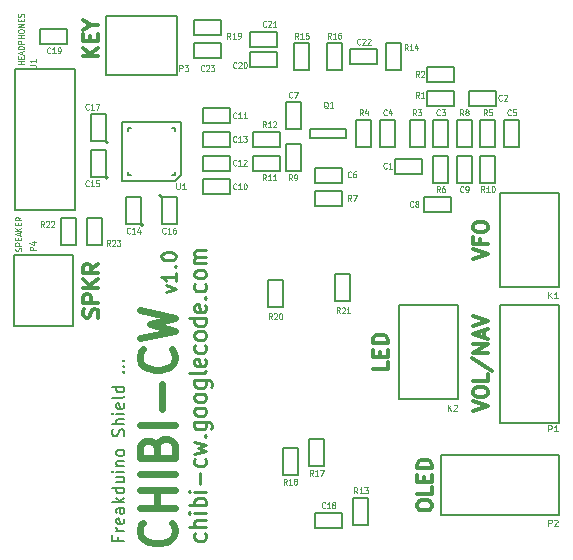
<source format=gto>
G04 (created by PCBNEW (2013-07-07 BZR 4022)-stable) date Mon 05 Aug 2013 03:22:25 PM NZST*
%MOIN*%
G04 Gerber Fmt 3.4, Leading zero omitted, Abs format*
%FSLAX34Y34*%
G01*
G70*
G90*
G04 APERTURE LIST*
%ADD10C,0.00590551*%
%ADD11C,0.011811*%
%ADD12C,0.00984252*%
%ADD13C,0.023622*%
%ADD14C,0.005*%
%ADD15C,0.0059*%
%ADD16C,0.0079*%
%ADD17C,0.004*%
%ADD18C,0.0045*%
G04 APERTURE END LIST*
G54D10*
G54D11*
X13170Y-21680D02*
X13194Y-21608D01*
X13194Y-21489D01*
X13170Y-21442D01*
X13146Y-21418D01*
X13099Y-21394D01*
X13051Y-21394D01*
X13004Y-21418D01*
X12980Y-21442D01*
X12956Y-21489D01*
X12932Y-21585D01*
X12908Y-21632D01*
X12884Y-21656D01*
X12837Y-21680D01*
X12789Y-21680D01*
X12742Y-21656D01*
X12718Y-21632D01*
X12694Y-21585D01*
X12694Y-21465D01*
X12718Y-21394D01*
X13194Y-21180D02*
X12694Y-21180D01*
X12694Y-20989D01*
X12718Y-20942D01*
X12742Y-20918D01*
X12789Y-20894D01*
X12861Y-20894D01*
X12908Y-20918D01*
X12932Y-20942D01*
X12956Y-20989D01*
X12956Y-21180D01*
X13194Y-20680D02*
X12694Y-20680D01*
X13194Y-20394D02*
X12908Y-20608D01*
X12694Y-20394D02*
X12980Y-20680D01*
X13194Y-19894D02*
X12956Y-20061D01*
X13194Y-20180D02*
X12694Y-20180D01*
X12694Y-19989D01*
X12718Y-19942D01*
X12742Y-19918D01*
X12789Y-19894D01*
X12861Y-19894D01*
X12908Y-19918D01*
X12932Y-19942D01*
X12956Y-19989D01*
X12956Y-20180D01*
X13194Y-12973D02*
X12694Y-12973D01*
X13194Y-12687D02*
X12908Y-12901D01*
X12694Y-12687D02*
X12980Y-12973D01*
X12932Y-12473D02*
X12932Y-12306D01*
X13194Y-12234D02*
X13194Y-12473D01*
X12694Y-12473D01*
X12694Y-12234D01*
X12956Y-11925D02*
X13194Y-11925D01*
X12694Y-12092D02*
X12956Y-11925D01*
X12694Y-11758D01*
X23816Y-27989D02*
X23816Y-27894D01*
X23840Y-27847D01*
X23887Y-27799D01*
X23983Y-27775D01*
X24149Y-27775D01*
X24245Y-27799D01*
X24292Y-27847D01*
X24316Y-27894D01*
X24316Y-27989D01*
X24292Y-28037D01*
X24245Y-28085D01*
X24149Y-28109D01*
X23983Y-28109D01*
X23887Y-28085D01*
X23840Y-28037D01*
X23816Y-27989D01*
X24316Y-27323D02*
X24316Y-27561D01*
X23816Y-27561D01*
X24054Y-27156D02*
X24054Y-26989D01*
X24316Y-26918D02*
X24316Y-27156D01*
X23816Y-27156D01*
X23816Y-26918D01*
X24316Y-26704D02*
X23816Y-26704D01*
X23816Y-26585D01*
X23840Y-26513D01*
X23887Y-26466D01*
X23935Y-26442D01*
X24030Y-26418D01*
X24102Y-26418D01*
X24197Y-26442D01*
X24245Y-26466D01*
X24292Y-26513D01*
X24316Y-26585D01*
X24316Y-26704D01*
X22840Y-23156D02*
X22840Y-23394D01*
X22340Y-23394D01*
X22578Y-22989D02*
X22578Y-22822D01*
X22840Y-22751D02*
X22840Y-22989D01*
X22340Y-22989D01*
X22340Y-22751D01*
X22840Y-22537D02*
X22340Y-22537D01*
X22340Y-22417D01*
X22363Y-22346D01*
X22411Y-22298D01*
X22459Y-22275D01*
X22554Y-22251D01*
X22625Y-22251D01*
X22721Y-22275D01*
X22768Y-22298D01*
X22816Y-22346D01*
X22840Y-22417D01*
X22840Y-22537D01*
G54D10*
X13850Y-28987D02*
X13850Y-29118D01*
X14056Y-29118D02*
X13663Y-29118D01*
X13663Y-28931D01*
X14056Y-28781D02*
X13794Y-28781D01*
X13869Y-28781D02*
X13832Y-28762D01*
X13813Y-28743D01*
X13794Y-28706D01*
X13794Y-28668D01*
X14038Y-28387D02*
X14056Y-28425D01*
X14056Y-28500D01*
X14038Y-28537D01*
X14000Y-28556D01*
X13850Y-28556D01*
X13813Y-28537D01*
X13794Y-28500D01*
X13794Y-28425D01*
X13813Y-28387D01*
X13850Y-28368D01*
X13888Y-28368D01*
X13925Y-28556D01*
X14056Y-28031D02*
X13850Y-28031D01*
X13813Y-28050D01*
X13794Y-28087D01*
X13794Y-28162D01*
X13813Y-28200D01*
X14038Y-28031D02*
X14056Y-28068D01*
X14056Y-28162D01*
X14038Y-28200D01*
X14000Y-28218D01*
X13963Y-28218D01*
X13925Y-28200D01*
X13907Y-28162D01*
X13907Y-28068D01*
X13888Y-28031D01*
X14056Y-27844D02*
X13663Y-27844D01*
X13907Y-27806D02*
X14056Y-27694D01*
X13794Y-27694D02*
X13944Y-27844D01*
X14056Y-27356D02*
X13663Y-27356D01*
X14038Y-27356D02*
X14056Y-27394D01*
X14056Y-27469D01*
X14038Y-27506D01*
X14019Y-27525D01*
X13982Y-27544D01*
X13869Y-27544D01*
X13832Y-27525D01*
X13813Y-27506D01*
X13794Y-27469D01*
X13794Y-27394D01*
X13813Y-27356D01*
X13794Y-27000D02*
X14056Y-27000D01*
X13794Y-27169D02*
X14000Y-27169D01*
X14038Y-27150D01*
X14056Y-27112D01*
X14056Y-27056D01*
X14038Y-27019D01*
X14019Y-27000D01*
X14056Y-26812D02*
X13794Y-26812D01*
X13663Y-26812D02*
X13682Y-26831D01*
X13700Y-26812D01*
X13682Y-26794D01*
X13663Y-26812D01*
X13700Y-26812D01*
X13794Y-26625D02*
X14056Y-26625D01*
X13832Y-26625D02*
X13813Y-26606D01*
X13794Y-26569D01*
X13794Y-26512D01*
X13813Y-26475D01*
X13850Y-26456D01*
X14056Y-26456D01*
X14056Y-26212D02*
X14038Y-26250D01*
X14019Y-26269D01*
X13982Y-26287D01*
X13869Y-26287D01*
X13832Y-26269D01*
X13813Y-26250D01*
X13794Y-26212D01*
X13794Y-26156D01*
X13813Y-26119D01*
X13832Y-26100D01*
X13869Y-26081D01*
X13982Y-26081D01*
X14019Y-26100D01*
X14038Y-26119D01*
X14056Y-26156D01*
X14056Y-26212D01*
X14038Y-25631D02*
X14056Y-25575D01*
X14056Y-25481D01*
X14038Y-25444D01*
X14019Y-25425D01*
X13982Y-25406D01*
X13944Y-25406D01*
X13907Y-25425D01*
X13888Y-25444D01*
X13869Y-25481D01*
X13850Y-25556D01*
X13832Y-25594D01*
X13813Y-25613D01*
X13775Y-25631D01*
X13738Y-25631D01*
X13700Y-25613D01*
X13682Y-25594D01*
X13663Y-25556D01*
X13663Y-25463D01*
X13682Y-25406D01*
X14056Y-25238D02*
X13663Y-25238D01*
X14056Y-25069D02*
X13850Y-25069D01*
X13813Y-25088D01*
X13794Y-25125D01*
X13794Y-25181D01*
X13813Y-25219D01*
X13832Y-25238D01*
X14056Y-24881D02*
X13794Y-24881D01*
X13663Y-24881D02*
X13682Y-24900D01*
X13700Y-24881D01*
X13682Y-24863D01*
X13663Y-24881D01*
X13700Y-24881D01*
X14038Y-24544D02*
X14056Y-24581D01*
X14056Y-24656D01*
X14038Y-24694D01*
X14000Y-24713D01*
X13850Y-24713D01*
X13813Y-24694D01*
X13794Y-24656D01*
X13794Y-24581D01*
X13813Y-24544D01*
X13850Y-24525D01*
X13888Y-24525D01*
X13925Y-24713D01*
X14056Y-24300D02*
X14038Y-24338D01*
X14000Y-24356D01*
X13663Y-24356D01*
X14056Y-23982D02*
X13663Y-23982D01*
X14038Y-23982D02*
X14056Y-24019D01*
X14056Y-24094D01*
X14038Y-24131D01*
X14019Y-24150D01*
X13982Y-24169D01*
X13869Y-24169D01*
X13832Y-24150D01*
X13813Y-24131D01*
X13794Y-24094D01*
X13794Y-24019D01*
X13813Y-23982D01*
X14019Y-23494D02*
X14038Y-23475D01*
X14056Y-23494D01*
X14038Y-23513D01*
X14019Y-23494D01*
X14056Y-23494D01*
X14019Y-23307D02*
X14038Y-23288D01*
X14056Y-23307D01*
X14038Y-23325D01*
X14019Y-23307D01*
X14056Y-23307D01*
X14019Y-23119D02*
X14038Y-23100D01*
X14056Y-23119D01*
X14038Y-23138D01*
X14019Y-23119D01*
X14056Y-23119D01*
G54D12*
X15461Y-20832D02*
X15789Y-20719D01*
X15461Y-20607D01*
X15789Y-20179D02*
X15789Y-20449D01*
X15789Y-20314D02*
X15297Y-20314D01*
X15367Y-20359D01*
X15414Y-20404D01*
X15438Y-20449D01*
X15742Y-19977D02*
X15766Y-19955D01*
X15789Y-19977D01*
X15766Y-20000D01*
X15742Y-19977D01*
X15789Y-19977D01*
X15297Y-19662D02*
X15297Y-19617D01*
X15321Y-19572D01*
X15344Y-19550D01*
X15391Y-19527D01*
X15485Y-19505D01*
X15602Y-19505D01*
X15696Y-19527D01*
X15742Y-19550D01*
X15766Y-19572D01*
X15789Y-19617D01*
X15789Y-19662D01*
X15766Y-19707D01*
X15742Y-19730D01*
X15696Y-19752D01*
X15602Y-19775D01*
X15485Y-19775D01*
X15391Y-19752D01*
X15344Y-19730D01*
X15321Y-19707D01*
X15297Y-19662D01*
X16766Y-28871D02*
X16794Y-28920D01*
X16794Y-29017D01*
X16766Y-29066D01*
X16737Y-29090D01*
X16681Y-29115D01*
X16512Y-29115D01*
X16456Y-29090D01*
X16428Y-29066D01*
X16400Y-29017D01*
X16400Y-28920D01*
X16428Y-28871D01*
X16794Y-28652D02*
X16203Y-28652D01*
X16794Y-28432D02*
X16484Y-28432D01*
X16428Y-28457D01*
X16400Y-28505D01*
X16400Y-28578D01*
X16428Y-28627D01*
X16456Y-28652D01*
X16794Y-28188D02*
X16400Y-28188D01*
X16203Y-28188D02*
X16231Y-28213D01*
X16259Y-28188D01*
X16231Y-28164D01*
X16203Y-28188D01*
X16259Y-28188D01*
X16794Y-27945D02*
X16203Y-27945D01*
X16428Y-27945D02*
X16400Y-27896D01*
X16400Y-27799D01*
X16428Y-27750D01*
X16456Y-27725D01*
X16512Y-27701D01*
X16681Y-27701D01*
X16737Y-27725D01*
X16766Y-27750D01*
X16794Y-27799D01*
X16794Y-27896D01*
X16766Y-27945D01*
X16794Y-27482D02*
X16400Y-27482D01*
X16203Y-27482D02*
X16231Y-27506D01*
X16259Y-27482D01*
X16231Y-27457D01*
X16203Y-27482D01*
X16259Y-27482D01*
X16569Y-27238D02*
X16569Y-26848D01*
X16766Y-26385D02*
X16794Y-26434D01*
X16794Y-26531D01*
X16766Y-26580D01*
X16737Y-26604D01*
X16681Y-26629D01*
X16512Y-26629D01*
X16456Y-26604D01*
X16428Y-26580D01*
X16400Y-26531D01*
X16400Y-26434D01*
X16428Y-26385D01*
X16400Y-26214D02*
X16794Y-26117D01*
X16512Y-26019D01*
X16794Y-25922D01*
X16400Y-25824D01*
X16737Y-25629D02*
X16766Y-25605D01*
X16794Y-25629D01*
X16766Y-25654D01*
X16737Y-25629D01*
X16794Y-25629D01*
X16400Y-25166D02*
X16878Y-25166D01*
X16934Y-25191D01*
X16962Y-25215D01*
X16991Y-25264D01*
X16991Y-25337D01*
X16962Y-25386D01*
X16766Y-25166D02*
X16794Y-25215D01*
X16794Y-25313D01*
X16766Y-25361D01*
X16737Y-25386D01*
X16681Y-25410D01*
X16512Y-25410D01*
X16456Y-25386D01*
X16428Y-25361D01*
X16400Y-25313D01*
X16400Y-25215D01*
X16428Y-25166D01*
X16794Y-24850D02*
X16766Y-24898D01*
X16737Y-24923D01*
X16681Y-24947D01*
X16512Y-24947D01*
X16456Y-24923D01*
X16428Y-24898D01*
X16400Y-24850D01*
X16400Y-24776D01*
X16428Y-24728D01*
X16456Y-24703D01*
X16512Y-24679D01*
X16681Y-24679D01*
X16737Y-24703D01*
X16766Y-24728D01*
X16794Y-24776D01*
X16794Y-24850D01*
X16794Y-24386D02*
X16766Y-24435D01*
X16737Y-24460D01*
X16681Y-24484D01*
X16512Y-24484D01*
X16456Y-24460D01*
X16428Y-24435D01*
X16400Y-24386D01*
X16400Y-24313D01*
X16428Y-24265D01*
X16456Y-24240D01*
X16512Y-24216D01*
X16681Y-24216D01*
X16737Y-24240D01*
X16766Y-24265D01*
X16794Y-24313D01*
X16794Y-24386D01*
X16400Y-23777D02*
X16878Y-23777D01*
X16934Y-23802D01*
X16962Y-23826D01*
X16991Y-23875D01*
X16991Y-23948D01*
X16962Y-23997D01*
X16766Y-23777D02*
X16794Y-23826D01*
X16794Y-23923D01*
X16766Y-23972D01*
X16737Y-23997D01*
X16681Y-24021D01*
X16512Y-24021D01*
X16456Y-23997D01*
X16428Y-23972D01*
X16400Y-23923D01*
X16400Y-23826D01*
X16428Y-23777D01*
X16794Y-23460D02*
X16766Y-23509D01*
X16709Y-23533D01*
X16203Y-23533D01*
X16766Y-23070D02*
X16794Y-23119D01*
X16794Y-23217D01*
X16766Y-23265D01*
X16709Y-23290D01*
X16484Y-23290D01*
X16428Y-23265D01*
X16400Y-23217D01*
X16400Y-23119D01*
X16428Y-23070D01*
X16484Y-23046D01*
X16541Y-23046D01*
X16597Y-23290D01*
X16766Y-22607D02*
X16794Y-22656D01*
X16794Y-22754D01*
X16766Y-22802D01*
X16737Y-22827D01*
X16681Y-22851D01*
X16512Y-22851D01*
X16456Y-22827D01*
X16428Y-22802D01*
X16400Y-22754D01*
X16400Y-22656D01*
X16428Y-22607D01*
X16794Y-22315D02*
X16766Y-22364D01*
X16737Y-22388D01*
X16681Y-22412D01*
X16512Y-22412D01*
X16456Y-22388D01*
X16428Y-22364D01*
X16400Y-22315D01*
X16400Y-22242D01*
X16428Y-22193D01*
X16456Y-22169D01*
X16512Y-22144D01*
X16681Y-22144D01*
X16737Y-22169D01*
X16766Y-22193D01*
X16794Y-22242D01*
X16794Y-22315D01*
X16794Y-21706D02*
X16203Y-21706D01*
X16766Y-21706D02*
X16794Y-21754D01*
X16794Y-21852D01*
X16766Y-21901D01*
X16737Y-21925D01*
X16681Y-21949D01*
X16512Y-21949D01*
X16456Y-21925D01*
X16428Y-21901D01*
X16400Y-21852D01*
X16400Y-21754D01*
X16428Y-21706D01*
X16766Y-21267D02*
X16794Y-21316D01*
X16794Y-21413D01*
X16766Y-21462D01*
X16709Y-21486D01*
X16484Y-21486D01*
X16428Y-21462D01*
X16400Y-21413D01*
X16400Y-21316D01*
X16428Y-21267D01*
X16484Y-21242D01*
X16541Y-21242D01*
X16597Y-21486D01*
X16737Y-21023D02*
X16766Y-20999D01*
X16794Y-21023D01*
X16766Y-21047D01*
X16737Y-21023D01*
X16794Y-21023D01*
X16766Y-20560D02*
X16794Y-20609D01*
X16794Y-20706D01*
X16766Y-20755D01*
X16737Y-20779D01*
X16681Y-20804D01*
X16512Y-20804D01*
X16456Y-20779D01*
X16428Y-20755D01*
X16400Y-20706D01*
X16400Y-20609D01*
X16428Y-20560D01*
X16794Y-20268D02*
X16766Y-20316D01*
X16737Y-20341D01*
X16681Y-20365D01*
X16512Y-20365D01*
X16456Y-20341D01*
X16428Y-20316D01*
X16400Y-20268D01*
X16400Y-20194D01*
X16428Y-20146D01*
X16456Y-20121D01*
X16512Y-20097D01*
X16681Y-20097D01*
X16737Y-20121D01*
X16766Y-20146D01*
X16794Y-20194D01*
X16794Y-20268D01*
X16794Y-19878D02*
X16400Y-19878D01*
X16456Y-19878D02*
X16428Y-19853D01*
X16400Y-19805D01*
X16400Y-19731D01*
X16428Y-19683D01*
X16484Y-19658D01*
X16794Y-19658D01*
X16484Y-19658D02*
X16428Y-19634D01*
X16400Y-19585D01*
X16400Y-19512D01*
X16428Y-19463D01*
X16484Y-19439D01*
X16794Y-19439D01*
G54D13*
X15641Y-28517D02*
X15697Y-28569D01*
X15753Y-28727D01*
X15753Y-28832D01*
X15697Y-28989D01*
X15584Y-29094D01*
X15472Y-29146D01*
X15247Y-29199D01*
X15078Y-29199D01*
X14853Y-29146D01*
X14741Y-29094D01*
X14628Y-28989D01*
X14572Y-28832D01*
X14572Y-28727D01*
X14628Y-28569D01*
X14685Y-28517D01*
X15753Y-28044D02*
X14572Y-28044D01*
X15134Y-28044D02*
X15134Y-27414D01*
X15753Y-27414D02*
X14572Y-27414D01*
X15753Y-26889D02*
X14572Y-26889D01*
X15134Y-25997D02*
X15191Y-25839D01*
X15247Y-25787D01*
X15359Y-25734D01*
X15528Y-25734D01*
X15641Y-25787D01*
X15697Y-25839D01*
X15753Y-25944D01*
X15753Y-26364D01*
X14572Y-26364D01*
X14572Y-25997D01*
X14628Y-25892D01*
X14685Y-25839D01*
X14797Y-25787D01*
X14910Y-25787D01*
X15022Y-25839D01*
X15078Y-25892D01*
X15134Y-25997D01*
X15134Y-26364D01*
X15753Y-25262D02*
X14572Y-25262D01*
X15303Y-24737D02*
X15303Y-23897D01*
X15641Y-22742D02*
X15697Y-22795D01*
X15753Y-22952D01*
X15753Y-23057D01*
X15697Y-23215D01*
X15584Y-23320D01*
X15472Y-23372D01*
X15247Y-23425D01*
X15078Y-23425D01*
X14853Y-23372D01*
X14741Y-23320D01*
X14628Y-23215D01*
X14572Y-23057D01*
X14572Y-22952D01*
X14628Y-22795D01*
X14685Y-22742D01*
X14572Y-22375D02*
X15753Y-22112D01*
X14910Y-21902D01*
X15753Y-21692D01*
X14572Y-21430D01*
G54D11*
X25686Y-19737D02*
X26186Y-19570D01*
X25686Y-19404D01*
X25924Y-19070D02*
X25924Y-19237D01*
X26186Y-19237D02*
X25686Y-19237D01*
X25686Y-18999D01*
X25686Y-18713D02*
X25686Y-18618D01*
X25710Y-18570D01*
X25758Y-18523D01*
X25853Y-18499D01*
X26019Y-18499D01*
X26115Y-18523D01*
X26162Y-18570D01*
X26186Y-18618D01*
X26186Y-18713D01*
X26162Y-18761D01*
X26115Y-18808D01*
X26019Y-18832D01*
X25853Y-18832D01*
X25758Y-18808D01*
X25710Y-18761D01*
X25686Y-18713D01*
X25686Y-24811D02*
X26186Y-24645D01*
X25686Y-24478D01*
X25686Y-24216D02*
X25686Y-24121D01*
X25710Y-24073D01*
X25758Y-24025D01*
X25853Y-24002D01*
X26019Y-24002D01*
X26115Y-24025D01*
X26162Y-24073D01*
X26186Y-24121D01*
X26186Y-24216D01*
X26162Y-24264D01*
X26115Y-24311D01*
X26019Y-24335D01*
X25853Y-24335D01*
X25758Y-24311D01*
X25710Y-24264D01*
X25686Y-24216D01*
X26186Y-23549D02*
X26186Y-23787D01*
X25686Y-23787D01*
X25662Y-23025D02*
X26305Y-23454D01*
X26186Y-22859D02*
X25686Y-22859D01*
X26186Y-22573D01*
X25686Y-22573D01*
X26043Y-22359D02*
X26043Y-22121D01*
X26186Y-22406D02*
X25686Y-22240D01*
X26186Y-22073D01*
X25686Y-21978D02*
X26186Y-21811D01*
X25686Y-21645D01*
G54D14*
X12365Y-19606D02*
X12365Y-21968D01*
X10397Y-19606D02*
X10397Y-21968D01*
X12365Y-21968D02*
X10397Y-21968D01*
X10397Y-19606D02*
X12365Y-19606D01*
X26573Y-25180D02*
X28541Y-25180D01*
X28544Y-21262D02*
X28544Y-25182D01*
X26574Y-25182D02*
X26574Y-21262D01*
X26575Y-21260D02*
X28543Y-21260D01*
X12401Y-13386D02*
X12401Y-18110D01*
X12401Y-18110D02*
X10433Y-18110D01*
X10433Y-18110D02*
X10433Y-13386D01*
X10433Y-13386D02*
X12401Y-13386D01*
X20266Y-15401D02*
X21466Y-15401D01*
X21466Y-15401D02*
X21466Y-15701D01*
X21466Y-15701D02*
X20266Y-15701D01*
X20266Y-15701D02*
X20266Y-15401D01*
X21316Y-17966D02*
X20416Y-17966D01*
X20416Y-17966D02*
X20416Y-17466D01*
X20416Y-17466D02*
X21316Y-17466D01*
X21316Y-17466D02*
X21316Y-17966D01*
X24057Y-17663D02*
X24957Y-17663D01*
X24957Y-17663D02*
X24957Y-18163D01*
X24957Y-18163D02*
X24057Y-18163D01*
X24057Y-18163D02*
X24057Y-17663D01*
X19249Y-15998D02*
X18349Y-15998D01*
X18349Y-15998D02*
X18349Y-15498D01*
X18349Y-15498D02*
X19249Y-15498D01*
X19249Y-15498D02*
X19249Y-15998D01*
X19249Y-16785D02*
X18349Y-16785D01*
X18349Y-16785D02*
X18349Y-16285D01*
X18349Y-16285D02*
X19249Y-16285D01*
X19249Y-16285D02*
X19249Y-16785D01*
X17575Y-15998D02*
X16675Y-15998D01*
X16675Y-15998D02*
X16675Y-15498D01*
X16675Y-15498D02*
X17575Y-15498D01*
X17575Y-15498D02*
X17575Y-15998D01*
X17575Y-15210D02*
X16675Y-15210D01*
X16675Y-15210D02*
X16675Y-14710D01*
X16675Y-14710D02*
X17575Y-14710D01*
X17575Y-14710D02*
X17575Y-15210D01*
X17575Y-16785D02*
X16675Y-16785D01*
X16675Y-16785D02*
X16675Y-16285D01*
X16675Y-16285D02*
X17575Y-16285D01*
X17575Y-16285D02*
X17575Y-16785D01*
X24068Y-15101D02*
X24068Y-16001D01*
X24068Y-16001D02*
X23568Y-16001D01*
X23568Y-16001D02*
X23568Y-15101D01*
X23568Y-15101D02*
X24068Y-15101D01*
X24856Y-15101D02*
X24856Y-16001D01*
X24856Y-16001D02*
X24356Y-16001D01*
X24356Y-16001D02*
X24356Y-15101D01*
X24356Y-15101D02*
X24856Y-15101D01*
X17575Y-17572D02*
X16675Y-17572D01*
X16675Y-17572D02*
X16675Y-17072D01*
X16675Y-17072D02*
X17575Y-17072D01*
X17575Y-17072D02*
X17575Y-17572D01*
X24856Y-16282D02*
X24856Y-17182D01*
X24856Y-17182D02*
X24356Y-17182D01*
X24356Y-17182D02*
X24356Y-16282D01*
X24356Y-16282D02*
X24856Y-16282D01*
X24156Y-13332D02*
X25056Y-13332D01*
X25056Y-13332D02*
X25056Y-13832D01*
X25056Y-13832D02*
X24156Y-13832D01*
X24156Y-13832D02*
X24156Y-13332D01*
X19435Y-15410D02*
X19435Y-14510D01*
X19435Y-14510D02*
X19935Y-14510D01*
X19935Y-14510D02*
X19935Y-15410D01*
X19935Y-15410D02*
X19435Y-15410D01*
X19935Y-15888D02*
X19935Y-16788D01*
X19935Y-16788D02*
X19435Y-16788D01*
X19435Y-16788D02*
X19435Y-15888D01*
X19435Y-15888D02*
X19935Y-15888D01*
X21316Y-17179D02*
X20416Y-17179D01*
X20416Y-17179D02*
X20416Y-16679D01*
X20416Y-16679D02*
X21316Y-16679D01*
X21316Y-16679D02*
X21316Y-17179D01*
X23084Y-15101D02*
X23084Y-16001D01*
X23084Y-16001D02*
X22584Y-16001D01*
X22584Y-16001D02*
X22584Y-15101D01*
X22584Y-15101D02*
X23084Y-15101D01*
X22297Y-15101D02*
X22297Y-16001D01*
X22297Y-16001D02*
X21797Y-16001D01*
X21797Y-16001D02*
X21797Y-15101D01*
X21797Y-15101D02*
X22297Y-15101D01*
X25931Y-17182D02*
X25931Y-16282D01*
X25931Y-16282D02*
X26431Y-16282D01*
X26431Y-16282D02*
X26431Y-17182D01*
X26431Y-17182D02*
X25931Y-17182D01*
X23973Y-16883D02*
X23073Y-16883D01*
X23073Y-16883D02*
X23073Y-16383D01*
X23073Y-16383D02*
X23973Y-16383D01*
X23973Y-16383D02*
X23973Y-16883D01*
X25143Y-17182D02*
X25143Y-16282D01*
X25143Y-16282D02*
X25643Y-16282D01*
X25643Y-16282D02*
X25643Y-17182D01*
X25643Y-17182D02*
X25143Y-17182D01*
X25643Y-15101D02*
X25643Y-16001D01*
X25643Y-16001D02*
X25143Y-16001D01*
X25143Y-16001D02*
X25143Y-15101D01*
X25143Y-15101D02*
X25643Y-15101D01*
X26431Y-15101D02*
X26431Y-16001D01*
X26431Y-16001D02*
X25931Y-16001D01*
X25931Y-16001D02*
X25931Y-15101D01*
X25931Y-15101D02*
X26431Y-15101D01*
X25534Y-14120D02*
X26434Y-14120D01*
X26434Y-14120D02*
X26434Y-14620D01*
X26434Y-14620D02*
X25534Y-14620D01*
X25534Y-14620D02*
X25534Y-14120D01*
X27218Y-15101D02*
X27218Y-16001D01*
X27218Y-16001D02*
X26718Y-16001D01*
X26718Y-16001D02*
X26718Y-15101D01*
X26718Y-15101D02*
X27218Y-15101D01*
X24156Y-14120D02*
X25056Y-14120D01*
X25056Y-14120D02*
X25056Y-14620D01*
X25056Y-14620D02*
X24156Y-14620D01*
X24156Y-14620D02*
X24156Y-14120D01*
X15314Y-17627D02*
G75*
G03X15314Y-17627I-49J0D01*
G74*
G01*
X15801Y-17660D02*
X15801Y-18560D01*
X15801Y-18560D02*
X15301Y-18560D01*
X15301Y-18560D02*
X15301Y-17660D01*
X15301Y-17660D02*
X15801Y-17660D01*
X14704Y-18592D02*
G75*
G03X14704Y-18592I-49J0D01*
G74*
G01*
X14120Y-18560D02*
X14120Y-17660D01*
X14120Y-17660D02*
X14620Y-17660D01*
X14620Y-17660D02*
X14620Y-18560D01*
X14620Y-18560D02*
X14120Y-18560D01*
X13523Y-17017D02*
G75*
G03X13523Y-17017I-49J0D01*
G74*
G01*
X12938Y-16985D02*
X12938Y-16085D01*
X12938Y-16085D02*
X13438Y-16085D01*
X13438Y-16085D02*
X13438Y-16985D01*
X13438Y-16985D02*
X12938Y-16985D01*
X13523Y-15836D02*
G75*
G03X13523Y-15836I-49J0D01*
G74*
G01*
X12938Y-15804D02*
X12938Y-14904D01*
X12938Y-14904D02*
X13438Y-14904D01*
X13438Y-14904D02*
X13438Y-15804D01*
X13438Y-15804D02*
X12938Y-15804D01*
X20416Y-28194D02*
X21316Y-28194D01*
X21316Y-28194D02*
X21316Y-28694D01*
X21316Y-28694D02*
X20416Y-28694D01*
X20416Y-28694D02*
X20416Y-28194D01*
X21698Y-28599D02*
X21698Y-27699D01*
X21698Y-27699D02*
X22198Y-27699D01*
X22198Y-27699D02*
X22198Y-28599D01*
X22198Y-28599D02*
X21698Y-28599D01*
X12162Y-12553D02*
X11262Y-12553D01*
X11262Y-12553D02*
X11262Y-12053D01*
X11262Y-12053D02*
X12162Y-12053D01*
X12162Y-12053D02*
X12162Y-12553D01*
X20230Y-12542D02*
X20230Y-13442D01*
X20230Y-13442D02*
X19730Y-13442D01*
X19730Y-13442D02*
X19730Y-12542D01*
X19730Y-12542D02*
X20230Y-12542D01*
X23281Y-12542D02*
X23281Y-13442D01*
X23281Y-13442D02*
X22781Y-13442D01*
X22781Y-13442D02*
X22781Y-12542D01*
X22781Y-12542D02*
X23281Y-12542D01*
X21312Y-12542D02*
X21312Y-13442D01*
X21312Y-13442D02*
X20812Y-13442D01*
X20812Y-13442D02*
X20812Y-12542D01*
X20812Y-12542D02*
X21312Y-12542D01*
X21597Y-12742D02*
X22497Y-12742D01*
X22497Y-12742D02*
X22497Y-13242D01*
X22497Y-13242D02*
X21597Y-13242D01*
X21597Y-13242D02*
X21597Y-12742D01*
X18250Y-12151D02*
X19150Y-12151D01*
X19150Y-12151D02*
X19150Y-12651D01*
X19150Y-12651D02*
X18250Y-12651D01*
X18250Y-12651D02*
X18250Y-12151D01*
X18250Y-12840D02*
X19150Y-12840D01*
X19150Y-12840D02*
X19150Y-13340D01*
X19150Y-13340D02*
X18250Y-13340D01*
X18250Y-13340D02*
X18250Y-12840D01*
X19836Y-26026D02*
X19836Y-26926D01*
X19836Y-26926D02*
X19336Y-26926D01*
X19336Y-26926D02*
X19336Y-26026D01*
X19336Y-26026D02*
X19836Y-26026D01*
X20722Y-25731D02*
X20722Y-26631D01*
X20722Y-26631D02*
X20222Y-26631D01*
X20222Y-26631D02*
X20222Y-25731D01*
X20222Y-25731D02*
X20722Y-25731D01*
X19344Y-20416D02*
X19344Y-21316D01*
X19344Y-21316D02*
X18844Y-21316D01*
X18844Y-21316D02*
X18844Y-20416D01*
X18844Y-20416D02*
X19344Y-20416D01*
X21588Y-20219D02*
X21588Y-21119D01*
X21588Y-21119D02*
X21088Y-21119D01*
X21088Y-21119D02*
X21088Y-20219D01*
X21088Y-20219D02*
X21588Y-20219D01*
X17280Y-12257D02*
X16380Y-12257D01*
X16380Y-12257D02*
X16380Y-11757D01*
X16380Y-11757D02*
X17280Y-11757D01*
X17280Y-11757D02*
X17280Y-12257D01*
X16380Y-12545D02*
X17280Y-12545D01*
X17280Y-12545D02*
X17280Y-13045D01*
X17280Y-13045D02*
X16380Y-13045D01*
X16380Y-13045D02*
X16380Y-12545D01*
X24623Y-26277D02*
X24623Y-28245D01*
X28541Y-28248D02*
X24621Y-28248D01*
X24621Y-26278D02*
X28541Y-26278D01*
X28543Y-26279D02*
X28543Y-28247D01*
X15826Y-13585D02*
X13464Y-13585D01*
X15826Y-11617D02*
X13464Y-11617D01*
X13464Y-13585D02*
X13464Y-11617D01*
X15826Y-11617D02*
X15826Y-13585D01*
G54D15*
X15744Y-17121D02*
X13980Y-17121D01*
X15940Y-16925D02*
X15940Y-15161D01*
X15940Y-16925D02*
X15744Y-17121D01*
G54D16*
X15744Y-16827D02*
X15744Y-16925D01*
X15744Y-16925D02*
X15646Y-16925D01*
X15646Y-15357D02*
X15744Y-15357D01*
X15744Y-15357D02*
X15744Y-15455D01*
X14176Y-15455D02*
X14176Y-15357D01*
X14176Y-15357D02*
X14274Y-15357D01*
X14274Y-16925D02*
X14176Y-16925D01*
X14176Y-16925D02*
X14176Y-16827D01*
G54D15*
X13980Y-15161D02*
X15940Y-15161D01*
X13980Y-17121D02*
X13980Y-15161D01*
G54D14*
X12454Y-18368D02*
X12454Y-19268D01*
X12454Y-19268D02*
X11954Y-19268D01*
X11954Y-19268D02*
X11954Y-18368D01*
X11954Y-18368D02*
X12454Y-18368D01*
X13320Y-18368D02*
X13320Y-19268D01*
X13320Y-19268D02*
X12820Y-19268D01*
X12820Y-19268D02*
X12820Y-18368D01*
X12820Y-18368D02*
X13320Y-18368D01*
X26575Y-17519D02*
X26575Y-20669D01*
X28543Y-20669D02*
X28543Y-17519D01*
X26575Y-17519D02*
X28543Y-17519D01*
X28543Y-20668D02*
X26575Y-20668D01*
X23228Y-21259D02*
X23228Y-24409D01*
X25196Y-24409D02*
X25196Y-21259D01*
X23228Y-21259D02*
X25196Y-21259D01*
X25196Y-24408D02*
X23228Y-24408D01*
G54D17*
X11104Y-19438D02*
X10904Y-19438D01*
X10904Y-19362D01*
X10914Y-19343D01*
X10923Y-19334D01*
X10942Y-19324D01*
X10971Y-19324D01*
X10990Y-19334D01*
X10999Y-19343D01*
X11009Y-19362D01*
X11009Y-19438D01*
X10971Y-19153D02*
X11104Y-19153D01*
X10895Y-19200D02*
X11037Y-19248D01*
X11037Y-19124D01*
X10622Y-19459D02*
X10632Y-19433D01*
X10632Y-19390D01*
X10622Y-19373D01*
X10613Y-19364D01*
X10594Y-19356D01*
X10574Y-19356D01*
X10555Y-19364D01*
X10546Y-19373D01*
X10536Y-19390D01*
X10527Y-19424D01*
X10517Y-19441D01*
X10508Y-19450D01*
X10489Y-19459D01*
X10470Y-19459D01*
X10451Y-19450D01*
X10441Y-19441D01*
X10432Y-19424D01*
X10432Y-19381D01*
X10441Y-19356D01*
X10632Y-19279D02*
X10432Y-19279D01*
X10432Y-19210D01*
X10441Y-19193D01*
X10451Y-19184D01*
X10470Y-19176D01*
X10498Y-19176D01*
X10517Y-19184D01*
X10527Y-19193D01*
X10536Y-19210D01*
X10536Y-19279D01*
X10527Y-19099D02*
X10527Y-19039D01*
X10632Y-19013D02*
X10632Y-19099D01*
X10432Y-19099D01*
X10432Y-19013D01*
X10574Y-18944D02*
X10574Y-18859D01*
X10632Y-18961D02*
X10432Y-18901D01*
X10632Y-18841D01*
X10632Y-18781D02*
X10432Y-18781D01*
X10632Y-18679D02*
X10517Y-18756D01*
X10432Y-18679D02*
X10546Y-18781D01*
X10527Y-18601D02*
X10527Y-18541D01*
X10632Y-18516D02*
X10632Y-18601D01*
X10432Y-18601D01*
X10432Y-18516D01*
X10632Y-18336D02*
X10536Y-18396D01*
X10632Y-18439D02*
X10432Y-18439D01*
X10432Y-18370D01*
X10441Y-18353D01*
X10451Y-18344D01*
X10470Y-18336D01*
X10498Y-18336D01*
X10517Y-18344D01*
X10527Y-18353D01*
X10536Y-18370D01*
X10536Y-18439D01*
X28198Y-25474D02*
X28198Y-25274D01*
X28275Y-25274D01*
X28294Y-25284D01*
X28303Y-25293D01*
X28313Y-25312D01*
X28313Y-25341D01*
X28303Y-25360D01*
X28294Y-25369D01*
X28275Y-25379D01*
X28198Y-25379D01*
X28503Y-25474D02*
X28389Y-25474D01*
X28446Y-25474D02*
X28446Y-25274D01*
X28427Y-25303D01*
X28408Y-25322D01*
X28389Y-25331D01*
X10904Y-13248D02*
X11047Y-13248D01*
X11076Y-13257D01*
X11095Y-13274D01*
X11104Y-13300D01*
X11104Y-13317D01*
X11104Y-13068D02*
X11104Y-13171D01*
X11104Y-13120D02*
X10904Y-13120D01*
X10933Y-13137D01*
X10952Y-13154D01*
X10961Y-13171D01*
X10710Y-13241D02*
X10510Y-13241D01*
X10606Y-13241D02*
X10606Y-13138D01*
X10710Y-13138D02*
X10510Y-13138D01*
X10606Y-13053D02*
X10606Y-12993D01*
X10710Y-12967D02*
X10710Y-13053D01*
X10510Y-13053D01*
X10510Y-12967D01*
X10653Y-12898D02*
X10653Y-12813D01*
X10710Y-12915D02*
X10510Y-12855D01*
X10710Y-12795D01*
X10710Y-12735D02*
X10510Y-12735D01*
X10510Y-12693D01*
X10520Y-12667D01*
X10539Y-12650D01*
X10558Y-12641D01*
X10596Y-12633D01*
X10625Y-12633D01*
X10663Y-12641D01*
X10682Y-12650D01*
X10701Y-12667D01*
X10710Y-12693D01*
X10710Y-12735D01*
X10710Y-12555D02*
X10510Y-12555D01*
X10510Y-12487D01*
X10520Y-12470D01*
X10529Y-12461D01*
X10548Y-12453D01*
X10577Y-12453D01*
X10596Y-12461D01*
X10606Y-12470D01*
X10615Y-12487D01*
X10615Y-12555D01*
X10710Y-12375D02*
X10510Y-12375D01*
X10606Y-12375D02*
X10606Y-12273D01*
X10710Y-12273D02*
X10510Y-12273D01*
X10510Y-12153D02*
X10510Y-12118D01*
X10520Y-12101D01*
X10539Y-12084D01*
X10577Y-12075D01*
X10644Y-12075D01*
X10682Y-12084D01*
X10701Y-12101D01*
X10710Y-12118D01*
X10710Y-12153D01*
X10701Y-12170D01*
X10682Y-12187D01*
X10644Y-12195D01*
X10577Y-12195D01*
X10539Y-12187D01*
X10520Y-12170D01*
X10510Y-12153D01*
X10710Y-11998D02*
X10510Y-11998D01*
X10710Y-11895D01*
X10510Y-11895D01*
X10606Y-11810D02*
X10606Y-11750D01*
X10710Y-11724D02*
X10710Y-11810D01*
X10510Y-11810D01*
X10510Y-11724D01*
X10701Y-11655D02*
X10710Y-11630D01*
X10710Y-11587D01*
X10701Y-11570D01*
X10691Y-11561D01*
X10672Y-11553D01*
X10653Y-11553D01*
X10634Y-11561D01*
X10625Y-11570D01*
X10615Y-11587D01*
X10606Y-11621D01*
X10596Y-11638D01*
X10587Y-11647D01*
X10568Y-11655D01*
X10548Y-11655D01*
X10529Y-11647D01*
X10520Y-11638D01*
X10510Y-11621D01*
X10510Y-11578D01*
X10520Y-11553D01*
X20847Y-14701D02*
X20828Y-14691D01*
X20808Y-14672D01*
X20780Y-14644D01*
X20761Y-14634D01*
X20742Y-14634D01*
X20751Y-14682D02*
X20732Y-14672D01*
X20713Y-14653D01*
X20704Y-14615D01*
X20704Y-14548D01*
X20713Y-14510D01*
X20732Y-14491D01*
X20751Y-14482D01*
X20789Y-14482D01*
X20808Y-14491D01*
X20828Y-14510D01*
X20837Y-14548D01*
X20837Y-14615D01*
X20828Y-14653D01*
X20808Y-14672D01*
X20789Y-14682D01*
X20751Y-14682D01*
X21028Y-14682D02*
X20913Y-14682D01*
X20970Y-14682D02*
X20970Y-14482D01*
X20951Y-14510D01*
X20932Y-14529D01*
X20913Y-14539D01*
G54D18*
X21623Y-17797D02*
X21563Y-17702D01*
X21520Y-17797D02*
X21520Y-17597D01*
X21589Y-17597D01*
X21606Y-17607D01*
X21614Y-17616D01*
X21623Y-17635D01*
X21623Y-17664D01*
X21614Y-17683D01*
X21606Y-17692D01*
X21589Y-17702D01*
X21520Y-17702D01*
X21683Y-17597D02*
X21803Y-17597D01*
X21726Y-17797D01*
X23690Y-17975D02*
X23681Y-17984D01*
X23656Y-17994D01*
X23639Y-17994D01*
X23613Y-17984D01*
X23596Y-17965D01*
X23587Y-17946D01*
X23579Y-17908D01*
X23579Y-17880D01*
X23587Y-17841D01*
X23596Y-17822D01*
X23613Y-17803D01*
X23639Y-17794D01*
X23656Y-17794D01*
X23681Y-17803D01*
X23690Y-17813D01*
X23793Y-17880D02*
X23776Y-17870D01*
X23767Y-17861D01*
X23759Y-17841D01*
X23759Y-17832D01*
X23767Y-17813D01*
X23776Y-17803D01*
X23793Y-17794D01*
X23827Y-17794D01*
X23844Y-17803D01*
X23853Y-17813D01*
X23861Y-17832D01*
X23861Y-17841D01*
X23853Y-17861D01*
X23844Y-17870D01*
X23827Y-17880D01*
X23793Y-17880D01*
X23776Y-17889D01*
X23767Y-17899D01*
X23759Y-17918D01*
X23759Y-17956D01*
X23767Y-17975D01*
X23776Y-17984D01*
X23793Y-17994D01*
X23827Y-17994D01*
X23844Y-17984D01*
X23853Y-17975D01*
X23861Y-17956D01*
X23861Y-17918D01*
X23853Y-17899D01*
X23844Y-17889D01*
X23827Y-17880D01*
X18781Y-15336D02*
X18721Y-15241D01*
X18679Y-15336D02*
X18679Y-15136D01*
X18747Y-15136D01*
X18764Y-15146D01*
X18773Y-15155D01*
X18781Y-15174D01*
X18781Y-15203D01*
X18773Y-15222D01*
X18764Y-15232D01*
X18747Y-15241D01*
X18679Y-15241D01*
X18953Y-15336D02*
X18850Y-15336D01*
X18901Y-15336D02*
X18901Y-15136D01*
X18884Y-15165D01*
X18867Y-15184D01*
X18850Y-15194D01*
X19021Y-15155D02*
X19030Y-15146D01*
X19047Y-15136D01*
X19090Y-15136D01*
X19107Y-15146D01*
X19116Y-15155D01*
X19124Y-15174D01*
X19124Y-15194D01*
X19116Y-15222D01*
X19013Y-15336D01*
X19124Y-15336D01*
X18781Y-17108D02*
X18721Y-17013D01*
X18679Y-17108D02*
X18679Y-16908D01*
X18747Y-16908D01*
X18764Y-16918D01*
X18773Y-16927D01*
X18781Y-16946D01*
X18781Y-16975D01*
X18773Y-16994D01*
X18764Y-17003D01*
X18747Y-17013D01*
X18679Y-17013D01*
X18953Y-17108D02*
X18850Y-17108D01*
X18901Y-17108D02*
X18901Y-16908D01*
X18884Y-16937D01*
X18867Y-16956D01*
X18850Y-16965D01*
X19124Y-17108D02*
X19021Y-17108D01*
X19073Y-17108D02*
X19073Y-16908D01*
X19056Y-16937D01*
X19039Y-16956D01*
X19021Y-16965D01*
X17797Y-15809D02*
X17789Y-15819D01*
X17763Y-15828D01*
X17746Y-15828D01*
X17720Y-15819D01*
X17703Y-15800D01*
X17694Y-15781D01*
X17686Y-15743D01*
X17686Y-15714D01*
X17694Y-15676D01*
X17703Y-15657D01*
X17720Y-15638D01*
X17746Y-15628D01*
X17763Y-15628D01*
X17789Y-15638D01*
X17797Y-15648D01*
X17969Y-15828D02*
X17866Y-15828D01*
X17917Y-15828D02*
X17917Y-15628D01*
X17900Y-15657D01*
X17883Y-15676D01*
X17866Y-15686D01*
X18029Y-15628D02*
X18140Y-15628D01*
X18080Y-15705D01*
X18106Y-15705D01*
X18123Y-15714D01*
X18131Y-15724D01*
X18140Y-15743D01*
X18140Y-15790D01*
X18131Y-15809D01*
X18123Y-15819D01*
X18106Y-15828D01*
X18054Y-15828D01*
X18037Y-15819D01*
X18029Y-15809D01*
X17797Y-15022D02*
X17789Y-15032D01*
X17763Y-15041D01*
X17746Y-15041D01*
X17720Y-15032D01*
X17703Y-15013D01*
X17694Y-14993D01*
X17686Y-14955D01*
X17686Y-14927D01*
X17694Y-14889D01*
X17703Y-14870D01*
X17720Y-14851D01*
X17746Y-14841D01*
X17763Y-14841D01*
X17789Y-14851D01*
X17797Y-14860D01*
X17969Y-15041D02*
X17866Y-15041D01*
X17917Y-15041D02*
X17917Y-14841D01*
X17900Y-14870D01*
X17883Y-14889D01*
X17866Y-14898D01*
X18140Y-15041D02*
X18037Y-15041D01*
X18089Y-15041D02*
X18089Y-14841D01*
X18071Y-14870D01*
X18054Y-14889D01*
X18037Y-14898D01*
X17797Y-16597D02*
X17789Y-16606D01*
X17763Y-16616D01*
X17746Y-16616D01*
X17720Y-16606D01*
X17703Y-16587D01*
X17694Y-16568D01*
X17686Y-16530D01*
X17686Y-16502D01*
X17694Y-16464D01*
X17703Y-16444D01*
X17720Y-16425D01*
X17746Y-16416D01*
X17763Y-16416D01*
X17789Y-16425D01*
X17797Y-16435D01*
X17969Y-16616D02*
X17866Y-16616D01*
X17917Y-16616D02*
X17917Y-16416D01*
X17900Y-16444D01*
X17883Y-16464D01*
X17866Y-16473D01*
X18037Y-16435D02*
X18046Y-16425D01*
X18063Y-16416D01*
X18106Y-16416D01*
X18123Y-16425D01*
X18131Y-16435D01*
X18140Y-16454D01*
X18140Y-16473D01*
X18131Y-16502D01*
X18029Y-16616D01*
X18140Y-16616D01*
X23788Y-14943D02*
X23728Y-14847D01*
X23686Y-14943D02*
X23686Y-14743D01*
X23754Y-14743D01*
X23771Y-14752D01*
X23780Y-14762D01*
X23788Y-14781D01*
X23788Y-14809D01*
X23780Y-14828D01*
X23771Y-14838D01*
X23754Y-14847D01*
X23686Y-14847D01*
X23848Y-14743D02*
X23960Y-14743D01*
X23900Y-14819D01*
X23926Y-14819D01*
X23943Y-14828D01*
X23951Y-14838D01*
X23960Y-14857D01*
X23960Y-14905D01*
X23951Y-14924D01*
X23943Y-14933D01*
X23926Y-14943D01*
X23874Y-14943D01*
X23857Y-14933D01*
X23848Y-14924D01*
X24576Y-14924D02*
X24567Y-14933D01*
X24542Y-14943D01*
X24524Y-14943D01*
X24499Y-14933D01*
X24482Y-14914D01*
X24473Y-14895D01*
X24464Y-14857D01*
X24464Y-14828D01*
X24473Y-14790D01*
X24482Y-14771D01*
X24499Y-14752D01*
X24524Y-14743D01*
X24542Y-14743D01*
X24567Y-14752D01*
X24576Y-14762D01*
X24636Y-14743D02*
X24747Y-14743D01*
X24687Y-14819D01*
X24713Y-14819D01*
X24730Y-14828D01*
X24739Y-14838D01*
X24747Y-14857D01*
X24747Y-14905D01*
X24739Y-14924D01*
X24730Y-14933D01*
X24713Y-14943D01*
X24662Y-14943D01*
X24644Y-14933D01*
X24636Y-14924D01*
X17797Y-17384D02*
X17789Y-17394D01*
X17763Y-17403D01*
X17746Y-17403D01*
X17720Y-17394D01*
X17703Y-17375D01*
X17694Y-17356D01*
X17686Y-17318D01*
X17686Y-17289D01*
X17694Y-17251D01*
X17703Y-17232D01*
X17720Y-17213D01*
X17746Y-17203D01*
X17763Y-17203D01*
X17789Y-17213D01*
X17797Y-17222D01*
X17969Y-17403D02*
X17866Y-17403D01*
X17917Y-17403D02*
X17917Y-17203D01*
X17900Y-17232D01*
X17883Y-17251D01*
X17866Y-17260D01*
X18080Y-17203D02*
X18097Y-17203D01*
X18114Y-17213D01*
X18123Y-17222D01*
X18131Y-17241D01*
X18140Y-17279D01*
X18140Y-17327D01*
X18131Y-17365D01*
X18123Y-17384D01*
X18114Y-17394D01*
X18097Y-17403D01*
X18080Y-17403D01*
X18063Y-17394D01*
X18054Y-17384D01*
X18046Y-17365D01*
X18037Y-17327D01*
X18037Y-17279D01*
X18046Y-17241D01*
X18054Y-17222D01*
X18063Y-17213D01*
X18080Y-17203D01*
X24576Y-17502D02*
X24516Y-17406D01*
X24473Y-17502D02*
X24473Y-17302D01*
X24542Y-17302D01*
X24559Y-17311D01*
X24567Y-17321D01*
X24576Y-17340D01*
X24576Y-17368D01*
X24567Y-17387D01*
X24559Y-17397D01*
X24542Y-17406D01*
X24473Y-17406D01*
X24730Y-17302D02*
X24696Y-17302D01*
X24679Y-17311D01*
X24670Y-17321D01*
X24653Y-17349D01*
X24644Y-17387D01*
X24644Y-17464D01*
X24653Y-17483D01*
X24662Y-17492D01*
X24679Y-17502D01*
X24713Y-17502D01*
X24730Y-17492D01*
X24739Y-17483D01*
X24747Y-17464D01*
X24747Y-17416D01*
X24739Y-17397D01*
X24730Y-17387D01*
X24713Y-17378D01*
X24679Y-17378D01*
X24662Y-17387D01*
X24653Y-17397D01*
X24644Y-17416D01*
X23887Y-13663D02*
X23827Y-13568D01*
X23784Y-13663D02*
X23784Y-13463D01*
X23853Y-13463D01*
X23870Y-13473D01*
X23878Y-13482D01*
X23887Y-13501D01*
X23887Y-13530D01*
X23878Y-13549D01*
X23870Y-13558D01*
X23853Y-13568D01*
X23784Y-13568D01*
X23955Y-13482D02*
X23964Y-13473D01*
X23981Y-13463D01*
X24024Y-13463D01*
X24041Y-13473D01*
X24050Y-13482D01*
X24058Y-13501D01*
X24058Y-13520D01*
X24050Y-13549D01*
X23947Y-13663D01*
X24058Y-13663D01*
X19655Y-14333D02*
X19646Y-14343D01*
X19620Y-14352D01*
X19603Y-14352D01*
X19577Y-14343D01*
X19560Y-14324D01*
X19552Y-14304D01*
X19543Y-14266D01*
X19543Y-14238D01*
X19552Y-14200D01*
X19560Y-14181D01*
X19577Y-14162D01*
X19603Y-14152D01*
X19620Y-14152D01*
X19646Y-14162D01*
X19655Y-14171D01*
X19715Y-14152D02*
X19835Y-14152D01*
X19757Y-14352D01*
X19655Y-17108D02*
X19595Y-17013D01*
X19552Y-17108D02*
X19552Y-16908D01*
X19620Y-16908D01*
X19637Y-16918D01*
X19646Y-16927D01*
X19655Y-16946D01*
X19655Y-16975D01*
X19646Y-16994D01*
X19637Y-17003D01*
X19620Y-17013D01*
X19552Y-17013D01*
X19740Y-17108D02*
X19775Y-17108D01*
X19792Y-17098D01*
X19800Y-17089D01*
X19817Y-17060D01*
X19826Y-17022D01*
X19826Y-16946D01*
X19817Y-16927D01*
X19809Y-16918D01*
X19792Y-16908D01*
X19757Y-16908D01*
X19740Y-16918D01*
X19732Y-16927D01*
X19723Y-16946D01*
X19723Y-16994D01*
X19732Y-17013D01*
X19740Y-17022D01*
X19757Y-17032D01*
X19792Y-17032D01*
X19809Y-17022D01*
X19817Y-17013D01*
X19826Y-16994D01*
X21623Y-16991D02*
X21614Y-17000D01*
X21589Y-17010D01*
X21572Y-17010D01*
X21546Y-17000D01*
X21529Y-16981D01*
X21520Y-16962D01*
X21512Y-16924D01*
X21512Y-16895D01*
X21520Y-16857D01*
X21529Y-16838D01*
X21546Y-16819D01*
X21572Y-16810D01*
X21589Y-16810D01*
X21614Y-16819D01*
X21623Y-16829D01*
X21777Y-16810D02*
X21743Y-16810D01*
X21726Y-16819D01*
X21717Y-16829D01*
X21700Y-16857D01*
X21692Y-16895D01*
X21692Y-16971D01*
X21700Y-16991D01*
X21709Y-17000D01*
X21726Y-17010D01*
X21760Y-17010D01*
X21777Y-17000D01*
X21786Y-16991D01*
X21794Y-16971D01*
X21794Y-16924D01*
X21786Y-16905D01*
X21777Y-16895D01*
X21760Y-16886D01*
X21726Y-16886D01*
X21709Y-16895D01*
X21700Y-16905D01*
X21692Y-16924D01*
X22804Y-14924D02*
X22796Y-14933D01*
X22770Y-14943D01*
X22753Y-14943D01*
X22727Y-14933D01*
X22710Y-14914D01*
X22701Y-14895D01*
X22693Y-14857D01*
X22693Y-14828D01*
X22701Y-14790D01*
X22710Y-14771D01*
X22727Y-14752D01*
X22753Y-14743D01*
X22770Y-14743D01*
X22796Y-14752D01*
X22804Y-14762D01*
X22958Y-14809D02*
X22958Y-14943D01*
X22916Y-14733D02*
X22873Y-14876D01*
X22984Y-14876D01*
X22017Y-14943D02*
X21957Y-14847D01*
X21914Y-14943D02*
X21914Y-14743D01*
X21982Y-14743D01*
X22000Y-14752D01*
X22008Y-14762D01*
X22017Y-14781D01*
X22017Y-14809D01*
X22008Y-14828D01*
X22000Y-14838D01*
X21982Y-14847D01*
X21914Y-14847D01*
X22171Y-14809D02*
X22171Y-14943D01*
X22128Y-14733D02*
X22085Y-14876D01*
X22197Y-14876D01*
X26065Y-17502D02*
X26005Y-17406D01*
X25962Y-17502D02*
X25962Y-17302D01*
X26031Y-17302D01*
X26048Y-17311D01*
X26056Y-17321D01*
X26065Y-17340D01*
X26065Y-17368D01*
X26056Y-17387D01*
X26048Y-17397D01*
X26031Y-17406D01*
X25962Y-17406D01*
X26236Y-17502D02*
X26133Y-17502D01*
X26185Y-17502D02*
X26185Y-17302D01*
X26168Y-17330D01*
X26151Y-17349D01*
X26133Y-17359D01*
X26348Y-17302D02*
X26365Y-17302D01*
X26382Y-17311D01*
X26391Y-17321D01*
X26399Y-17340D01*
X26408Y-17378D01*
X26408Y-17426D01*
X26399Y-17464D01*
X26391Y-17483D01*
X26382Y-17492D01*
X26365Y-17502D01*
X26348Y-17502D01*
X26331Y-17492D01*
X26322Y-17483D01*
X26313Y-17464D01*
X26305Y-17426D01*
X26305Y-17378D01*
X26313Y-17340D01*
X26322Y-17321D01*
X26331Y-17311D01*
X26348Y-17302D01*
X22804Y-16695D02*
X22796Y-16705D01*
X22770Y-16714D01*
X22753Y-16714D01*
X22727Y-16705D01*
X22710Y-16686D01*
X22701Y-16667D01*
X22693Y-16629D01*
X22693Y-16600D01*
X22701Y-16562D01*
X22710Y-16543D01*
X22727Y-16524D01*
X22753Y-16514D01*
X22770Y-16514D01*
X22796Y-16524D01*
X22804Y-16533D01*
X22976Y-16714D02*
X22873Y-16714D01*
X22924Y-16714D02*
X22924Y-16514D01*
X22907Y-16543D01*
X22890Y-16562D01*
X22873Y-16571D01*
X25363Y-17483D02*
X25355Y-17492D01*
X25329Y-17502D01*
X25312Y-17502D01*
X25286Y-17492D01*
X25269Y-17473D01*
X25260Y-17454D01*
X25252Y-17416D01*
X25252Y-17387D01*
X25260Y-17349D01*
X25269Y-17330D01*
X25286Y-17311D01*
X25312Y-17302D01*
X25329Y-17302D01*
X25355Y-17311D01*
X25363Y-17321D01*
X25449Y-17502D02*
X25483Y-17502D01*
X25500Y-17492D01*
X25509Y-17483D01*
X25526Y-17454D01*
X25535Y-17416D01*
X25535Y-17340D01*
X25526Y-17321D01*
X25517Y-17311D01*
X25500Y-17302D01*
X25466Y-17302D01*
X25449Y-17311D01*
X25440Y-17321D01*
X25432Y-17340D01*
X25432Y-17387D01*
X25440Y-17406D01*
X25449Y-17416D01*
X25466Y-17426D01*
X25500Y-17426D01*
X25517Y-17416D01*
X25526Y-17406D01*
X25535Y-17387D01*
X25363Y-14943D02*
X25303Y-14847D01*
X25260Y-14943D02*
X25260Y-14743D01*
X25329Y-14743D01*
X25346Y-14752D01*
X25355Y-14762D01*
X25363Y-14781D01*
X25363Y-14809D01*
X25355Y-14828D01*
X25346Y-14838D01*
X25329Y-14847D01*
X25260Y-14847D01*
X25466Y-14828D02*
X25449Y-14819D01*
X25440Y-14809D01*
X25432Y-14790D01*
X25432Y-14781D01*
X25440Y-14762D01*
X25449Y-14752D01*
X25466Y-14743D01*
X25500Y-14743D01*
X25517Y-14752D01*
X25526Y-14762D01*
X25535Y-14781D01*
X25535Y-14790D01*
X25526Y-14809D01*
X25517Y-14819D01*
X25500Y-14828D01*
X25466Y-14828D01*
X25449Y-14838D01*
X25440Y-14847D01*
X25432Y-14866D01*
X25432Y-14905D01*
X25440Y-14924D01*
X25449Y-14933D01*
X25466Y-14943D01*
X25500Y-14943D01*
X25517Y-14933D01*
X25526Y-14924D01*
X25535Y-14905D01*
X25535Y-14866D01*
X25526Y-14847D01*
X25517Y-14838D01*
X25500Y-14828D01*
X26151Y-14943D02*
X26091Y-14847D01*
X26048Y-14943D02*
X26048Y-14743D01*
X26116Y-14743D01*
X26133Y-14752D01*
X26142Y-14762D01*
X26151Y-14781D01*
X26151Y-14809D01*
X26142Y-14828D01*
X26133Y-14838D01*
X26116Y-14847D01*
X26048Y-14847D01*
X26313Y-14743D02*
X26228Y-14743D01*
X26219Y-14838D01*
X26228Y-14828D01*
X26245Y-14819D01*
X26288Y-14819D01*
X26305Y-14828D01*
X26313Y-14838D01*
X26322Y-14857D01*
X26322Y-14905D01*
X26313Y-14924D01*
X26305Y-14933D01*
X26288Y-14943D01*
X26245Y-14943D01*
X26228Y-14933D01*
X26219Y-14924D01*
X26643Y-14431D02*
X26634Y-14441D01*
X26608Y-14451D01*
X26591Y-14451D01*
X26566Y-14441D01*
X26548Y-14422D01*
X26540Y-14403D01*
X26531Y-14365D01*
X26531Y-14336D01*
X26540Y-14298D01*
X26548Y-14279D01*
X26566Y-14260D01*
X26591Y-14251D01*
X26608Y-14251D01*
X26634Y-14260D01*
X26643Y-14270D01*
X26711Y-14270D02*
X26720Y-14260D01*
X26737Y-14251D01*
X26780Y-14251D01*
X26797Y-14260D01*
X26806Y-14270D01*
X26814Y-14289D01*
X26814Y-14308D01*
X26806Y-14336D01*
X26703Y-14451D01*
X26814Y-14451D01*
X26938Y-14924D02*
X26929Y-14933D01*
X26904Y-14943D01*
X26887Y-14943D01*
X26861Y-14933D01*
X26844Y-14914D01*
X26835Y-14895D01*
X26827Y-14857D01*
X26827Y-14828D01*
X26835Y-14790D01*
X26844Y-14771D01*
X26861Y-14752D01*
X26887Y-14743D01*
X26904Y-14743D01*
X26929Y-14752D01*
X26938Y-14762D01*
X27101Y-14743D02*
X27015Y-14743D01*
X27007Y-14838D01*
X27015Y-14828D01*
X27032Y-14819D01*
X27075Y-14819D01*
X27092Y-14828D01*
X27101Y-14838D01*
X27109Y-14857D01*
X27109Y-14905D01*
X27101Y-14924D01*
X27092Y-14933D01*
X27075Y-14943D01*
X27032Y-14943D01*
X27015Y-14933D01*
X27007Y-14924D01*
X23887Y-14352D02*
X23827Y-14257D01*
X23784Y-14352D02*
X23784Y-14152D01*
X23853Y-14152D01*
X23870Y-14162D01*
X23878Y-14171D01*
X23887Y-14190D01*
X23887Y-14219D01*
X23878Y-14238D01*
X23870Y-14247D01*
X23853Y-14257D01*
X23784Y-14257D01*
X24058Y-14352D02*
X23955Y-14352D01*
X24007Y-14352D02*
X24007Y-14152D01*
X23990Y-14181D01*
X23973Y-14200D01*
X23955Y-14209D01*
X15435Y-18861D02*
X15426Y-18870D01*
X15401Y-18880D01*
X15384Y-18880D01*
X15358Y-18870D01*
X15341Y-18851D01*
X15332Y-18832D01*
X15324Y-18794D01*
X15324Y-18765D01*
X15332Y-18727D01*
X15341Y-18708D01*
X15358Y-18689D01*
X15384Y-18680D01*
X15401Y-18680D01*
X15426Y-18689D01*
X15435Y-18699D01*
X15606Y-18880D02*
X15504Y-18880D01*
X15555Y-18880D02*
X15555Y-18680D01*
X15538Y-18708D01*
X15521Y-18727D01*
X15504Y-18737D01*
X15761Y-18680D02*
X15726Y-18680D01*
X15709Y-18689D01*
X15701Y-18699D01*
X15684Y-18727D01*
X15675Y-18765D01*
X15675Y-18842D01*
X15684Y-18861D01*
X15692Y-18870D01*
X15709Y-18880D01*
X15744Y-18880D01*
X15761Y-18870D01*
X15769Y-18861D01*
X15778Y-18842D01*
X15778Y-18794D01*
X15769Y-18775D01*
X15761Y-18765D01*
X15744Y-18756D01*
X15709Y-18756D01*
X15692Y-18765D01*
X15684Y-18775D01*
X15675Y-18794D01*
X14254Y-18861D02*
X14245Y-18870D01*
X14220Y-18880D01*
X14202Y-18880D01*
X14177Y-18870D01*
X14160Y-18851D01*
X14151Y-18832D01*
X14142Y-18794D01*
X14142Y-18765D01*
X14151Y-18727D01*
X14160Y-18708D01*
X14177Y-18689D01*
X14202Y-18680D01*
X14220Y-18680D01*
X14245Y-18689D01*
X14254Y-18699D01*
X14425Y-18880D02*
X14322Y-18880D01*
X14374Y-18880D02*
X14374Y-18680D01*
X14357Y-18708D01*
X14340Y-18727D01*
X14322Y-18737D01*
X14580Y-18746D02*
X14580Y-18880D01*
X14537Y-18670D02*
X14494Y-18813D01*
X14605Y-18813D01*
X12876Y-17286D02*
X12867Y-17295D01*
X12842Y-17305D01*
X12824Y-17305D01*
X12799Y-17295D01*
X12782Y-17276D01*
X12773Y-17257D01*
X12764Y-17219D01*
X12764Y-17191D01*
X12773Y-17152D01*
X12782Y-17133D01*
X12799Y-17114D01*
X12824Y-17105D01*
X12842Y-17105D01*
X12867Y-17114D01*
X12876Y-17124D01*
X13047Y-17305D02*
X12944Y-17305D01*
X12996Y-17305D02*
X12996Y-17105D01*
X12979Y-17133D01*
X12962Y-17152D01*
X12944Y-17162D01*
X13210Y-17105D02*
X13124Y-17105D01*
X13116Y-17200D01*
X13124Y-17191D01*
X13142Y-17181D01*
X13184Y-17181D01*
X13202Y-17191D01*
X13210Y-17200D01*
X13219Y-17219D01*
X13219Y-17267D01*
X13210Y-17286D01*
X13202Y-17295D01*
X13184Y-17305D01*
X13142Y-17305D01*
X13124Y-17295D01*
X13116Y-17286D01*
X12876Y-14727D02*
X12867Y-14736D01*
X12842Y-14746D01*
X12824Y-14746D01*
X12799Y-14736D01*
X12782Y-14717D01*
X12773Y-14698D01*
X12764Y-14660D01*
X12764Y-14632D01*
X12773Y-14593D01*
X12782Y-14574D01*
X12799Y-14555D01*
X12824Y-14546D01*
X12842Y-14546D01*
X12867Y-14555D01*
X12876Y-14565D01*
X13047Y-14746D02*
X12944Y-14746D01*
X12996Y-14746D02*
X12996Y-14546D01*
X12979Y-14574D01*
X12962Y-14593D01*
X12944Y-14603D01*
X13107Y-14546D02*
X13227Y-14546D01*
X13150Y-14746D01*
X20750Y-28014D02*
X20741Y-28024D01*
X20716Y-28033D01*
X20698Y-28033D01*
X20673Y-28024D01*
X20656Y-28005D01*
X20647Y-27986D01*
X20638Y-27947D01*
X20638Y-27919D01*
X20647Y-27881D01*
X20656Y-27862D01*
X20673Y-27843D01*
X20698Y-27833D01*
X20716Y-27833D01*
X20741Y-27843D01*
X20750Y-27852D01*
X20921Y-28033D02*
X20818Y-28033D01*
X20870Y-28033D02*
X20870Y-27833D01*
X20853Y-27862D01*
X20836Y-27881D01*
X20818Y-27890D01*
X21024Y-27919D02*
X21007Y-27909D01*
X20998Y-27900D01*
X20990Y-27881D01*
X20990Y-27871D01*
X20998Y-27852D01*
X21007Y-27843D01*
X21024Y-27833D01*
X21058Y-27833D01*
X21076Y-27843D01*
X21084Y-27852D01*
X21093Y-27871D01*
X21093Y-27881D01*
X21084Y-27900D01*
X21076Y-27909D01*
X21058Y-27919D01*
X21024Y-27919D01*
X21007Y-27928D01*
X20998Y-27938D01*
X20990Y-27957D01*
X20990Y-27995D01*
X20998Y-28014D01*
X21007Y-28024D01*
X21024Y-28033D01*
X21058Y-28033D01*
X21076Y-28024D01*
X21084Y-28014D01*
X21093Y-27995D01*
X21093Y-27957D01*
X21084Y-27938D01*
X21076Y-27928D01*
X21058Y-27919D01*
X21833Y-27541D02*
X21773Y-27446D01*
X21730Y-27541D02*
X21730Y-27341D01*
X21798Y-27341D01*
X21815Y-27351D01*
X21824Y-27360D01*
X21833Y-27379D01*
X21833Y-27408D01*
X21824Y-27427D01*
X21815Y-27436D01*
X21798Y-27446D01*
X21730Y-27446D01*
X22004Y-27541D02*
X21901Y-27541D01*
X21953Y-27541D02*
X21953Y-27341D01*
X21935Y-27370D01*
X21918Y-27389D01*
X21901Y-27398D01*
X22064Y-27341D02*
X22175Y-27341D01*
X22115Y-27417D01*
X22141Y-27417D01*
X22158Y-27427D01*
X22167Y-27436D01*
X22175Y-27455D01*
X22175Y-27503D01*
X22167Y-27522D01*
X22158Y-27532D01*
X22141Y-27541D01*
X22090Y-27541D01*
X22073Y-27532D01*
X22064Y-27522D01*
X11596Y-12857D02*
X11588Y-12866D01*
X11562Y-12876D01*
X11545Y-12876D01*
X11519Y-12866D01*
X11502Y-12847D01*
X11494Y-12828D01*
X11485Y-12790D01*
X11485Y-12761D01*
X11494Y-12723D01*
X11502Y-12704D01*
X11519Y-12685D01*
X11545Y-12676D01*
X11562Y-12676D01*
X11588Y-12685D01*
X11596Y-12695D01*
X11768Y-12876D02*
X11665Y-12876D01*
X11716Y-12876D02*
X11716Y-12676D01*
X11699Y-12704D01*
X11682Y-12723D01*
X11665Y-12733D01*
X11854Y-12876D02*
X11888Y-12876D01*
X11905Y-12866D01*
X11914Y-12857D01*
X11931Y-12828D01*
X11939Y-12790D01*
X11939Y-12714D01*
X11931Y-12695D01*
X11922Y-12685D01*
X11905Y-12676D01*
X11871Y-12676D01*
X11854Y-12685D01*
X11845Y-12695D01*
X11836Y-12714D01*
X11836Y-12761D01*
X11845Y-12780D01*
X11854Y-12790D01*
X11871Y-12800D01*
X11905Y-12800D01*
X11922Y-12790D01*
X11931Y-12780D01*
X11939Y-12761D01*
X19864Y-12384D02*
X19804Y-12288D01*
X19761Y-12384D02*
X19761Y-12184D01*
X19830Y-12184D01*
X19847Y-12193D01*
X19856Y-12203D01*
X19864Y-12222D01*
X19864Y-12250D01*
X19856Y-12269D01*
X19847Y-12279D01*
X19830Y-12288D01*
X19761Y-12288D01*
X20036Y-12384D02*
X19933Y-12384D01*
X19984Y-12384D02*
X19984Y-12184D01*
X19967Y-12212D01*
X19950Y-12231D01*
X19933Y-12241D01*
X20198Y-12184D02*
X20113Y-12184D01*
X20104Y-12279D01*
X20113Y-12269D01*
X20130Y-12260D01*
X20173Y-12260D01*
X20190Y-12269D01*
X20198Y-12279D01*
X20207Y-12298D01*
X20207Y-12346D01*
X20198Y-12365D01*
X20190Y-12374D01*
X20173Y-12384D01*
X20130Y-12384D01*
X20113Y-12374D01*
X20104Y-12365D01*
X23506Y-12777D02*
X23446Y-12682D01*
X23403Y-12777D02*
X23403Y-12577D01*
X23472Y-12577D01*
X23489Y-12587D01*
X23497Y-12596D01*
X23506Y-12615D01*
X23506Y-12644D01*
X23497Y-12663D01*
X23489Y-12673D01*
X23472Y-12682D01*
X23403Y-12682D01*
X23677Y-12777D02*
X23574Y-12777D01*
X23626Y-12777D02*
X23626Y-12577D01*
X23609Y-12606D01*
X23592Y-12625D01*
X23574Y-12634D01*
X23832Y-12644D02*
X23832Y-12777D01*
X23789Y-12568D02*
X23746Y-12711D01*
X23857Y-12711D01*
X20947Y-12384D02*
X20887Y-12288D01*
X20844Y-12384D02*
X20844Y-12184D01*
X20912Y-12184D01*
X20930Y-12193D01*
X20938Y-12203D01*
X20947Y-12222D01*
X20947Y-12250D01*
X20938Y-12269D01*
X20930Y-12279D01*
X20912Y-12288D01*
X20844Y-12288D01*
X21118Y-12384D02*
X21015Y-12384D01*
X21067Y-12384D02*
X21067Y-12184D01*
X21050Y-12212D01*
X21032Y-12231D01*
X21015Y-12241D01*
X21272Y-12184D02*
X21238Y-12184D01*
X21221Y-12193D01*
X21212Y-12203D01*
X21195Y-12231D01*
X21187Y-12269D01*
X21187Y-12346D01*
X21195Y-12365D01*
X21204Y-12374D01*
X21221Y-12384D01*
X21255Y-12384D01*
X21272Y-12374D01*
X21281Y-12365D01*
X21290Y-12346D01*
X21290Y-12298D01*
X21281Y-12279D01*
X21272Y-12269D01*
X21255Y-12260D01*
X21221Y-12260D01*
X21204Y-12269D01*
X21195Y-12279D01*
X21187Y-12298D01*
X21931Y-12561D02*
X21922Y-12571D01*
X21897Y-12580D01*
X21880Y-12580D01*
X21854Y-12571D01*
X21837Y-12552D01*
X21828Y-12533D01*
X21820Y-12495D01*
X21820Y-12466D01*
X21828Y-12428D01*
X21837Y-12409D01*
X21854Y-12390D01*
X21880Y-12380D01*
X21897Y-12380D01*
X21922Y-12390D01*
X21931Y-12400D01*
X22000Y-12400D02*
X22008Y-12390D01*
X22025Y-12380D01*
X22068Y-12380D01*
X22085Y-12390D01*
X22094Y-12400D01*
X22102Y-12419D01*
X22102Y-12438D01*
X22094Y-12466D01*
X21991Y-12580D01*
X22102Y-12580D01*
X22171Y-12400D02*
X22180Y-12390D01*
X22197Y-12380D01*
X22240Y-12380D01*
X22257Y-12390D01*
X22265Y-12400D01*
X22274Y-12419D01*
X22274Y-12438D01*
X22265Y-12466D01*
X22162Y-12580D01*
X22274Y-12580D01*
X18781Y-11971D02*
X18773Y-11980D01*
X18747Y-11990D01*
X18730Y-11990D01*
X18704Y-11980D01*
X18687Y-11961D01*
X18679Y-11942D01*
X18670Y-11904D01*
X18670Y-11876D01*
X18679Y-11838D01*
X18687Y-11818D01*
X18704Y-11799D01*
X18730Y-11790D01*
X18747Y-11790D01*
X18773Y-11799D01*
X18781Y-11809D01*
X18850Y-11809D02*
X18859Y-11799D01*
X18876Y-11790D01*
X18919Y-11790D01*
X18936Y-11799D01*
X18944Y-11809D01*
X18953Y-11828D01*
X18953Y-11847D01*
X18944Y-11876D01*
X18841Y-11990D01*
X18953Y-11990D01*
X19124Y-11990D02*
X19021Y-11990D01*
X19073Y-11990D02*
X19073Y-11790D01*
X19056Y-11818D01*
X19039Y-11838D01*
X19021Y-11847D01*
X17797Y-13349D02*
X17789Y-13358D01*
X17763Y-13368D01*
X17746Y-13368D01*
X17720Y-13358D01*
X17703Y-13339D01*
X17694Y-13320D01*
X17686Y-13282D01*
X17686Y-13254D01*
X17694Y-13215D01*
X17703Y-13196D01*
X17720Y-13177D01*
X17746Y-13168D01*
X17763Y-13168D01*
X17789Y-13177D01*
X17797Y-13187D01*
X17866Y-13187D02*
X17874Y-13177D01*
X17891Y-13168D01*
X17934Y-13168D01*
X17951Y-13177D01*
X17960Y-13187D01*
X17969Y-13206D01*
X17969Y-13225D01*
X17960Y-13254D01*
X17857Y-13368D01*
X17969Y-13368D01*
X18080Y-13168D02*
X18097Y-13168D01*
X18114Y-13177D01*
X18123Y-13187D01*
X18131Y-13206D01*
X18140Y-13244D01*
X18140Y-13292D01*
X18131Y-13330D01*
X18123Y-13349D01*
X18114Y-13358D01*
X18097Y-13368D01*
X18080Y-13368D01*
X18063Y-13358D01*
X18054Y-13349D01*
X18046Y-13330D01*
X18037Y-13292D01*
X18037Y-13244D01*
X18046Y-13206D01*
X18054Y-13187D01*
X18063Y-13177D01*
X18080Y-13168D01*
X19470Y-27246D02*
X19410Y-27151D01*
X19368Y-27246D02*
X19368Y-27046D01*
X19436Y-27046D01*
X19453Y-27055D01*
X19462Y-27065D01*
X19470Y-27084D01*
X19470Y-27112D01*
X19462Y-27132D01*
X19453Y-27141D01*
X19436Y-27151D01*
X19368Y-27151D01*
X19642Y-27246D02*
X19539Y-27246D01*
X19590Y-27246D02*
X19590Y-27046D01*
X19573Y-27074D01*
X19556Y-27093D01*
X19539Y-27103D01*
X19745Y-27132D02*
X19728Y-27122D01*
X19719Y-27112D01*
X19710Y-27093D01*
X19710Y-27084D01*
X19719Y-27065D01*
X19728Y-27055D01*
X19745Y-27046D01*
X19779Y-27046D01*
X19796Y-27055D01*
X19805Y-27065D01*
X19813Y-27084D01*
X19813Y-27093D01*
X19805Y-27112D01*
X19796Y-27122D01*
X19779Y-27132D01*
X19745Y-27132D01*
X19728Y-27141D01*
X19719Y-27151D01*
X19710Y-27170D01*
X19710Y-27208D01*
X19719Y-27227D01*
X19728Y-27236D01*
X19745Y-27246D01*
X19779Y-27246D01*
X19796Y-27236D01*
X19805Y-27227D01*
X19813Y-27208D01*
X19813Y-27170D01*
X19805Y-27151D01*
X19796Y-27141D01*
X19779Y-27132D01*
X20356Y-26951D02*
X20296Y-26855D01*
X20253Y-26951D02*
X20253Y-26751D01*
X20322Y-26751D01*
X20339Y-26760D01*
X20348Y-26770D01*
X20356Y-26789D01*
X20356Y-26817D01*
X20348Y-26836D01*
X20339Y-26846D01*
X20322Y-26855D01*
X20253Y-26855D01*
X20528Y-26951D02*
X20425Y-26951D01*
X20476Y-26951D02*
X20476Y-26751D01*
X20459Y-26779D01*
X20442Y-26798D01*
X20425Y-26808D01*
X20588Y-26751D02*
X20708Y-26751D01*
X20631Y-26951D01*
X18978Y-21734D02*
X18918Y-21639D01*
X18875Y-21734D02*
X18875Y-21534D01*
X18944Y-21534D01*
X18961Y-21544D01*
X18970Y-21553D01*
X18978Y-21572D01*
X18978Y-21601D01*
X18970Y-21620D01*
X18961Y-21629D01*
X18944Y-21639D01*
X18875Y-21639D01*
X19047Y-21553D02*
X19055Y-21544D01*
X19073Y-21534D01*
X19115Y-21534D01*
X19133Y-21544D01*
X19141Y-21553D01*
X19150Y-21572D01*
X19150Y-21591D01*
X19141Y-21620D01*
X19038Y-21734D01*
X19150Y-21734D01*
X19261Y-21534D02*
X19278Y-21534D01*
X19295Y-21544D01*
X19304Y-21553D01*
X19313Y-21572D01*
X19321Y-21610D01*
X19321Y-21658D01*
X19313Y-21696D01*
X19304Y-21715D01*
X19295Y-21724D01*
X19278Y-21734D01*
X19261Y-21734D01*
X19244Y-21724D01*
X19235Y-21715D01*
X19227Y-21696D01*
X19218Y-21658D01*
X19218Y-21610D01*
X19227Y-21572D01*
X19235Y-21553D01*
X19244Y-21544D01*
X19261Y-21534D01*
X21242Y-21537D02*
X21182Y-21442D01*
X21139Y-21537D02*
X21139Y-21337D01*
X21208Y-21337D01*
X21225Y-21347D01*
X21233Y-21356D01*
X21242Y-21375D01*
X21242Y-21404D01*
X21233Y-21423D01*
X21225Y-21432D01*
X21208Y-21442D01*
X21139Y-21442D01*
X21311Y-21356D02*
X21319Y-21347D01*
X21336Y-21337D01*
X21379Y-21337D01*
X21396Y-21347D01*
X21405Y-21356D01*
X21413Y-21375D01*
X21413Y-21394D01*
X21405Y-21423D01*
X21302Y-21537D01*
X21413Y-21537D01*
X21585Y-21537D02*
X21482Y-21537D01*
X21533Y-21537D02*
X21533Y-21337D01*
X21516Y-21366D01*
X21499Y-21385D01*
X21482Y-21394D01*
X17600Y-12384D02*
X17540Y-12288D01*
X17497Y-12384D02*
X17497Y-12184D01*
X17566Y-12184D01*
X17583Y-12193D01*
X17592Y-12203D01*
X17600Y-12222D01*
X17600Y-12250D01*
X17592Y-12269D01*
X17583Y-12279D01*
X17566Y-12288D01*
X17497Y-12288D01*
X17772Y-12384D02*
X17669Y-12384D01*
X17720Y-12384D02*
X17720Y-12184D01*
X17703Y-12212D01*
X17686Y-12231D01*
X17669Y-12241D01*
X17857Y-12384D02*
X17892Y-12384D01*
X17909Y-12374D01*
X17917Y-12365D01*
X17935Y-12336D01*
X17943Y-12298D01*
X17943Y-12222D01*
X17935Y-12203D01*
X17926Y-12193D01*
X17909Y-12184D01*
X17875Y-12184D01*
X17857Y-12193D01*
X17849Y-12203D01*
X17840Y-12222D01*
X17840Y-12269D01*
X17849Y-12288D01*
X17857Y-12298D01*
X17875Y-12307D01*
X17909Y-12307D01*
X17926Y-12298D01*
X17935Y-12288D01*
X17943Y-12269D01*
X16714Y-13447D02*
X16706Y-13457D01*
X16680Y-13466D01*
X16663Y-13466D01*
X16637Y-13457D01*
X16620Y-13438D01*
X16612Y-13419D01*
X16603Y-13381D01*
X16603Y-13352D01*
X16612Y-13314D01*
X16620Y-13295D01*
X16637Y-13276D01*
X16663Y-13266D01*
X16680Y-13266D01*
X16706Y-13276D01*
X16714Y-13285D01*
X16783Y-13285D02*
X16792Y-13276D01*
X16809Y-13266D01*
X16852Y-13266D01*
X16869Y-13276D01*
X16877Y-13285D01*
X16886Y-13304D01*
X16886Y-13323D01*
X16877Y-13352D01*
X16774Y-13466D01*
X16886Y-13466D01*
X16946Y-13266D02*
X17057Y-13266D01*
X16997Y-13342D01*
X17023Y-13342D01*
X17040Y-13352D01*
X17049Y-13362D01*
X17057Y-13381D01*
X17057Y-13428D01*
X17049Y-13447D01*
X17040Y-13457D01*
X17023Y-13466D01*
X16972Y-13466D01*
X16954Y-13457D01*
X16946Y-13447D01*
G54D17*
X28198Y-28624D02*
X28198Y-28424D01*
X28275Y-28424D01*
X28294Y-28433D01*
X28303Y-28443D01*
X28313Y-28462D01*
X28313Y-28490D01*
X28303Y-28509D01*
X28294Y-28519D01*
X28275Y-28529D01*
X28198Y-28529D01*
X28389Y-28443D02*
X28398Y-28433D01*
X28417Y-28424D01*
X28465Y-28424D01*
X28484Y-28433D01*
X28494Y-28443D01*
X28503Y-28462D01*
X28503Y-28481D01*
X28494Y-28509D01*
X28379Y-28624D01*
X28503Y-28624D01*
X15895Y-13466D02*
X15895Y-13266D01*
X15971Y-13266D01*
X15990Y-13276D01*
X16000Y-13285D01*
X16009Y-13304D01*
X16009Y-13333D01*
X16000Y-13352D01*
X15990Y-13362D01*
X15971Y-13371D01*
X15895Y-13371D01*
X16076Y-13266D02*
X16200Y-13266D01*
X16133Y-13342D01*
X16162Y-13342D01*
X16181Y-13352D01*
X16190Y-13362D01*
X16200Y-13381D01*
X16200Y-13428D01*
X16190Y-13447D01*
X16181Y-13457D01*
X16162Y-13466D01*
X16105Y-13466D01*
X16086Y-13457D01*
X16076Y-13447D01*
X15792Y-17203D02*
X15792Y-17365D01*
X15802Y-17384D01*
X15811Y-17394D01*
X15830Y-17403D01*
X15868Y-17403D01*
X15887Y-17394D01*
X15897Y-17384D01*
X15906Y-17365D01*
X15906Y-17203D01*
X16106Y-17403D02*
X15992Y-17403D01*
X16049Y-17403D02*
X16049Y-17203D01*
X16030Y-17232D01*
X16011Y-17251D01*
X15992Y-17260D01*
G54D18*
X11380Y-18663D02*
X11320Y-18568D01*
X11277Y-18663D02*
X11277Y-18463D01*
X11346Y-18463D01*
X11363Y-18473D01*
X11371Y-18482D01*
X11380Y-18501D01*
X11380Y-18530D01*
X11371Y-18549D01*
X11363Y-18558D01*
X11346Y-18568D01*
X11277Y-18568D01*
X11448Y-18482D02*
X11457Y-18473D01*
X11474Y-18463D01*
X11517Y-18463D01*
X11534Y-18473D01*
X11543Y-18482D01*
X11551Y-18501D01*
X11551Y-18520D01*
X11543Y-18549D01*
X11440Y-18663D01*
X11551Y-18663D01*
X11620Y-18482D02*
X11628Y-18473D01*
X11646Y-18463D01*
X11688Y-18463D01*
X11706Y-18473D01*
X11714Y-18482D01*
X11723Y-18501D01*
X11723Y-18520D01*
X11714Y-18549D01*
X11611Y-18663D01*
X11723Y-18663D01*
X13585Y-19293D02*
X13525Y-19198D01*
X13482Y-19293D02*
X13482Y-19093D01*
X13550Y-19093D01*
X13567Y-19103D01*
X13576Y-19112D01*
X13585Y-19131D01*
X13585Y-19160D01*
X13576Y-19179D01*
X13567Y-19188D01*
X13550Y-19198D01*
X13482Y-19198D01*
X13653Y-19112D02*
X13662Y-19103D01*
X13679Y-19093D01*
X13722Y-19093D01*
X13739Y-19103D01*
X13747Y-19112D01*
X13756Y-19131D01*
X13756Y-19150D01*
X13747Y-19179D01*
X13645Y-19293D01*
X13756Y-19293D01*
X13816Y-19093D02*
X13927Y-19093D01*
X13867Y-19169D01*
X13893Y-19169D01*
X13910Y-19179D01*
X13919Y-19188D01*
X13927Y-19207D01*
X13927Y-19255D01*
X13919Y-19274D01*
X13910Y-19284D01*
X13893Y-19293D01*
X13842Y-19293D01*
X13825Y-19284D01*
X13816Y-19274D01*
G54D17*
X28198Y-21045D02*
X28198Y-20845D01*
X28313Y-21045D02*
X28227Y-20931D01*
X28313Y-20845D02*
X28198Y-20959D01*
X28503Y-21045D02*
X28389Y-21045D01*
X28446Y-21045D02*
X28446Y-20845D01*
X28427Y-20874D01*
X28408Y-20893D01*
X28389Y-20902D01*
X24852Y-24785D02*
X24852Y-24585D01*
X24966Y-24785D02*
X24880Y-24671D01*
X24966Y-24585D02*
X24852Y-24699D01*
X25042Y-24604D02*
X25052Y-24595D01*
X25071Y-24585D01*
X25119Y-24585D01*
X25138Y-24595D01*
X25147Y-24604D01*
X25157Y-24623D01*
X25157Y-24642D01*
X25147Y-24671D01*
X25033Y-24785D01*
X25157Y-24785D01*
M02*

</source>
